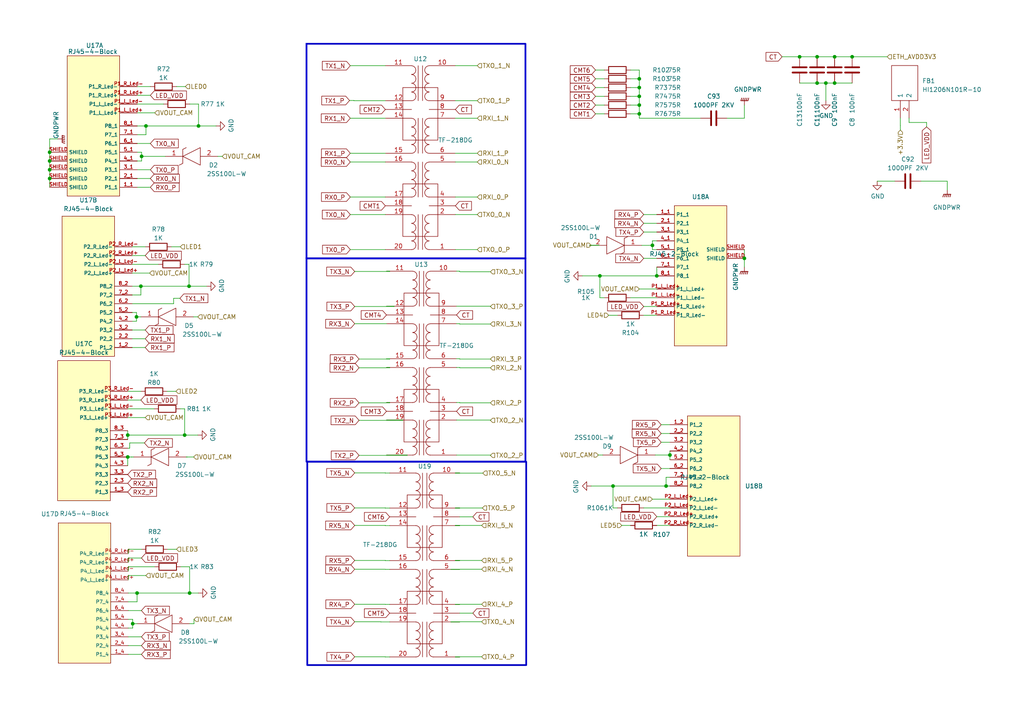
<source format=kicad_sch>
(kicad_sch (version 20250114) (generator "eeschema") (generator_version "9.0")
  (paper "A4")
  (rectangle (start 88.9 74.93) (end 152.4 133.9036) (stroke (width 0.5)))
  (rectangle (start 88.9 12.7) (end 152.4 74.93) (stroke (width 0.5)))
  (rectangle (start 89.1224 133.9243) (end 152.6224 192.8979) (stroke (width 0.5)))
  (junction (at 185.42 33.02))
  (junction (at 185.42 25.4))
  (junction (at 37.0498 132.5455))
  (junction (at 40.8598 83.0155))
  (junction (at 57.5777 36.5343))
  (junction (at 242.0768 16.4702))
  (junction (at 42.3377 36.5343))
  (junction (at 185.42 30.48))
  (junction (at 194.31 131.9754))
  (junction (at 54.8298 83.0155))
  (junction (at 173.99 80.01))
  (junction (at 242.0768 24.0902))
  (junction (at 39.7562 172.0096))
  (junction (at 190.5 80.01))
  (junction (at 39.5898 91.9055))
  (junction (at 236.9968 24.0902))
  (junction (at 236.9968 16.4702))
  (junction (at 247.1568 16.4702))
  (junction (at 14.3977 51.7743))
  (junction (at 177.8 140.97))
  (junction (at 38.4862 180.8996))
  (junction (at 14.3977 49.2343))
  (junction (at 41.0677 45.3524))
  (junction (at 239.5368 24.0902))
  (junction (at 14.3977 44.1543))
  (junction (at 53.5598 126.1955))
  (junction (at 215.9 74.93))
  (junction (at 14.3977 46.6943))
  (junction (at 189.23 71.1611))
  (junction (at 54.9962 172.0096))
  (junction (at 185.42 27.94))
  (junction (at 185.42 22.86))
  (junction (at 193.193 140.97))
  (junction (at 231.9168 16.4702))
  (junction (at 37.0498 126.1955))
  (wire (pts (xy 104.14 106.68) (xy 113.03 106.68)))
  (wire (pts (xy 101.6 62.23) (xy 111.76 62.23)))
  (wire (pts (xy 54.9962 164.3896) (xy 52.4562 164.3896)))
  (wire (pts (xy 38.4862 180.8996) (xy 39.7562 180.8996)))
  (wire (pts (xy 57.5362 172.0096) (xy 54.9962 172.0096)))
  (wire (pts (xy 142.24 132.08) (xy 142.24 131.9931)))
  (wire (pts (xy 182.88 152.4) (xy 180.34 152.4)))
  (wire (pts (xy 186.69 91.44) (xy 190.5 91.44)))
  (wire (pts (xy 40.8598 83.0155) (xy 38.3198 83.0155)))
  (wire (pts (xy 179.07 91.44) (xy 176.53 91.44)))
  (wire (pts (xy 116.84 121.8331) (xy 112.093 121.8331)))
  (wire (pts (xy 113.03 104.14) (xy 113.03 104.0531)))
  (wire (pts (xy 118.11 132.08) (xy 118.11 131.9931)))
  (wire (pts (xy 38.3198 79.2055) (xy 43.3998 79.2055)))
  (wire (pts (xy 132.08 190.5) (xy 132.08 190.5412)))
  (wire (pts (xy 38.7525 132.55) (xy 38.2445 132.55)))
  (wire (pts (xy 132.08 162.6012) (xy 133.3389 162.6012)))
  (wire (pts (xy 43.6077 54.3143) (xy 39.7977 54.3143)))
  (wire (pts (xy 226.8368 16.4702) (xy 231.9168 16.4702)))
  (wire (pts (xy 101.3778 29.1519) (xy 102.6478 29.1519)))
  (wire (pts (xy 138.43 29.21) (xy 132.08 29.21)))
  (wire (pts (xy 242.0768 24.0902) (xy 247.1568 24.0902)))
  (wire (pts (xy 142.24 106.68) (xy 133.35 106.68)))
  (wire (pts (xy 39.7562 172.0096) (xy 39.7562 174.5496)))
  (wire (pts (xy 138.43 72.39) (xy 132.08 72.39)))
  (wire (pts (xy 41.0677 44.1543) (xy 41.0677 45.3524)))
  (wire (pts (xy 132.413 121.8331) (xy 142.24 121.8331)))
  (wire (pts (xy 185.42 20.32) (xy 182.88 20.32)))
  (wire (pts (xy 215.9 34.29) (xy 215.9 30.48)))
  (wire (pts (xy 57.5777 30.1843) (xy 55.0377 30.1843)))
  (wire (pts (xy 38.3198 76.6655) (xy 45.9398 76.6655)))
  (wire (pts (xy 133.35 78.8269) (xy 133.35 78.6531)))
  (wire (pts (xy 54.9962 180.8996) (xy 56.2662 180.8996)))
  (wire (pts (xy 41.0262 161.8496) (xy 37.2162 161.8496)))
  (wire (pts (xy 104.14 104.14) (xy 113.03 104.14)))
  (wire (pts (xy 194.31 131.9754) (xy 194.31 133.35)))
  (wire (pts (xy 130.81 165.1412) (xy 133.3389 165.1412)))
  (wire (pts (xy 102.87 88.9) (xy 114.3 88.9)))
  (wire (pts (xy 190.5 149.86) (xy 194.31 149.86)))
  (wire (pts (xy 138.43 62.23) (xy 132.08 62.23)))
  (wire (pts (xy 16.7685 40.2947) (xy 14.3977 40.2947)))
  (wire (pts (xy 132.08 137.2012) (xy 133.3389 137.2012)))
  (wire (pts (xy 133.35 116.7531) (xy 132.413 116.7531)))
  (wire (pts (xy 40.8598 116.0355) (xy 37.0498 116.0355)))
  (wire (pts (xy 14.3977 46.6943) (xy 14.3977 49.2343)))
  (wire (pts (xy 37.0498 118.5755) (xy 44.6698 118.5755)))
  (wire (pts (xy 14.3977 44.1543) (xy 14.3977 46.6943)))
  (wire (pts (xy 190.5 77.47) (xy 190.5 80.01)))
  (wire (pts (xy 186.69 64.77) (xy 190.5 64.77)))
  (wire (pts (xy 191.77 128.27) (xy 194.31 128.27)))
  (wire (pts (xy 274.743 55.0829) (xy 274.743 52.5429)))
  (wire (pts (xy 268.7468 35.5202) (xy 263.6668 35.5202)))
  (wire (pts (xy 261.1399 37.7264) (xy 261.1399 36.4112)))
  (wire (pts (xy 139.8948 147.344) (xy 132.08 147.344)))
  (wire (pts (xy 38.2445 132.55) (xy 38.2445 132.5455)))
  (wire (pts (xy 111.76 137.2012) (xy 113.0189 137.2012)))
  (wire (pts (xy 133.35 93.8931) (xy 132.413 93.8931)))
  (wire (pts (xy 37.0498 126.1955) (xy 53.5598 126.1955)))
  (wire (pts (xy 138.43 46.99) (xy 132.08 46.99)))
  (wire (pts (xy 42.1298 100.7955) (xy 38.3198 100.7955)))
  (wire (pts (xy 242.0768 16.4702) (xy 247.1568 16.4702)))
  (wire (pts (xy 110.49 180.34) (xy 110.49 180.3812)))
  (wire (pts (xy 39.5898 91.9055) (xy 39.5898 93.1755)))
  (wire (pts (xy 172.72 20.32) (xy 175.26 20.32)))
  (wire (pts (xy 54.9962 164.3896) (xy 54.9962 172.0096)))
  (wire (pts (xy 142.24 121.8331) (xy 142.24 121.92)))
  (wire (pts (xy 54.2465 132.5455) (xy 56.1634 132.5455)))
  (wire (pts (xy 111.76 175.26) (xy 111.76 175.3012)))
  (wire (pts (xy 37.6211 130.0055) (xy 37.0498 130.0055)))
  (wire (pts (xy 102.87 137.16) (xy 111.76 137.16)))
  (wire (pts (xy 41.0262 159.3096) (xy 37.2162 159.3096)))
  (wire (pts (xy 139.7 190.5) (xy 132.08 190.5)))
  (wire (pts (xy 102.87 78.74) (xy 113.03 78.74)))
  (wire (pts (xy 42.1298 74.1255) (xy 38.3198 74.1255)))
  (wire (pts (xy 172.72 33.02) (xy 175.26 33.02)))
  (wire (pts (xy 186.69 88.9) (xy 190.5 88.9)))
  (wire (pts (xy 41.0677 45.3524) (xy 47.9339 45.3524)))
  (wire (pts (xy 57.3698 126.1955) (xy 53.5598 126.1955)))
  (wire (pts (xy 137.1489 177.8412) (xy 133.3389 177.8412)))
  (wire (pts (xy 231.9168 16.4702) (xy 236.9968 16.4702)))
  (wire (pts (xy 102.6478 29.21) (xy 111.76 29.21)))
  (wire (pts (xy 172.72 30.48) (xy 175.26 30.48)))
  (wire (pts (xy 189.23 69.85) (xy 190.5 69.85)))
  (wire (pts (xy 39.7562 174.5496) (xy 37.2162 174.5496)))
  (wire (pts (xy 43.6077 49.2343) (xy 39.7977 49.2343)))
  (wire (pts (xy 111.76 190.5412) (xy 113.0189 190.5412)))
  (wire (pts (xy 133.35 116.84) (xy 133.35 116.7531)))
  (wire (pts (xy 63.1739 45.3524) (xy 64.4439 45.3524)))
  (wire (pts (xy 239.5368 24.0902) (xy 242.0768 24.0902)))
  (wire (pts (xy 174.8078 131.9754) (xy 173.5378 131.9754)))
  (wire (pts (xy 140.0315 137.225) (xy 132.08 137.225)))
  (wire (pts (xy 113.03 116.7531) (xy 112.093 116.7531)))
  (wire (pts (xy 42.1298 98.2555) (xy 38.3198 98.2555)))
  (wire (pts (xy 173.99 86.36) (xy 175.26 86.36)))
  (wire (pts (xy 102.87 165.1) (xy 111.76 165.1)))
  (wire (pts (xy 133.35 104.14) (xy 133.35 104.0531)))
  (wire (pts (xy 193.193 138.43) (xy 193.193 140.97)))
  (wire (pts (xy 185.42 34.29) (xy 185.42 33.02)))
  (wire (pts (xy 37.2162 161.8496) (xy 37.2162 163.1196)))
  (wire (pts (xy 42.1298 95.7155) (xy 38.3198 95.7155)))
  (wire (pts (xy 114.3 88.9) (xy 114.3 88.8131)))
  (wire (pts (xy 54.8298 76.6655) (xy 53.5598 76.6655)))
  (wire (pts (xy 111.76 190.5) (xy 111.76 190.5412)))
  (wire (pts (xy 56.2662 180.8996) (xy 56.2662 179.6296)))
  (wire (pts (xy 42.1298 71.5855) (xy 38.3198 71.5855)))
  (wire (pts (xy 39.5898 93.1755) (xy 38.3198 93.1755)))
  (wire (pts (xy 54.2465 132.55) (xy 54.2465 132.5455)))
  (wire (pts (xy 52.1843 86.523) (xy 50.3543 86.523)))
  (wire (pts (xy 43.6077 25.1043) (xy 39.7977 25.1043)))
  (wire (pts (xy 40.8598 83.0155) (xy 40.8598 85.5555)))
  (wire (pts (xy 194.31 147.32) (xy 186.69 147.32)))
  (wire (pts (xy 40.8598 85.5555) (xy 38.3198 85.5555)))
  (wire (pts (xy 110.49 180.3812) (xy 113.0189 180.3812)))
  (wire (pts (xy 50.3543 88.0955) (xy 38.3198 88.0955)))
  (wire (pts (xy 194.31 138.43) (xy 193.193 138.43)))
  (wire (pts (xy 133.35 106.68) (xy 133.35 106.5931)))
  (wire (pts (xy 53.5598 118.5755) (xy 52.2898 118.5755)))
  (wire (pts (xy 49.7498 71.5855) (xy 52.2898 71.5855)))
  (wire (pts (xy 42.3377 36.5343) (xy 39.7977 36.5343)))
  (wire (pts (xy 138.43 44.45) (xy 132.08 44.45)))
  (wire (pts (xy 185.42 22.86) (xy 182.88 22.86)))
  (wire (pts (xy 111.76 175.3012) (xy 113.0189 175.3012)))
  (wire (pts (xy 132.08 147.344) (xy 132.08 147.3612)))
  (wire (pts (xy 113.03 78.74) (xy 113.03 78.6531)))
  (wire (pts (xy 111.76 137.16) (xy 111.76 137.2012)))
  (wire (pts (xy 104.14 116.84) (xy 113.03 116.84)))
  (wire (pts (xy 38.4862 180.8996) (xy 38.4862 182.1696)))
  (wire (pts (xy 111.76 152.4412) (xy 113.0189 152.4412)))
  (wire (pts (xy 101.6 44.45) (xy 111.76 44.45)))
  (wire (pts (xy 41.0677 46.6943) (xy 39.7977 46.6943)))
  (wire (pts (xy 42.3377 39.0743) (xy 39.7977 39.0743)))
  (wire (pts (xy 137.1489 149.9012) (xy 133.3389 149.9012)))
  (wire (pts (xy 194.31 130.81) (xy 194.31 131.9754)))
  (wire (pts (xy 194.31 144.78) (xy 189.23 144.78)))
  (wire (pts (xy 132.08 175.26) (xy 132.08 175.3012)))
  (wire (pts (xy 168.91 80.01) (xy 173.99 80.01)))
  (wire (pts (xy 53.9925 132.55) (xy 54.2465 132.55)))
  (wire (pts (xy 41.888 128.4713) (xy 37.6211 128.4713)))
  (wire (pts (xy 191.77 125.73) (xy 194.31 125.73)))
  (wire (pts (xy 130.81 180.3812) (xy 133.3389 180.3812)))
  (wire (pts (xy 37.0498 124.9255) (xy 37.0498 126.1955)))
  (wire (pts (xy 185.42 27.94) (xy 182.88 27.94)))
  (wire (pts (xy 113.03 106.5931) (xy 112.093 106.5931)))
  (wire (pts (xy 142.24 78.8269) (xy 133.35 78.8269)))
  (wire (pts (xy 113.03 106.68) (xy 113.03 106.5931)))
  (wire (pts (xy 139.7 180.34) (xy 130.81 180.34)))
  (wire (pts (xy 14.3977 51.7743) (xy 14.3977 54.3143)))
  (wire (pts (xy 39.7977 30.1843) (xy 47.4177 30.1843)))
  (wire (pts (xy 190.5 80.01) (xy 173.99 80.01)))
  (wire (pts (xy 104.14 132.08) (xy 118.11 132.08)))
  (wire (pts (xy 139.7 175.26) (xy 132.08 175.26)))
  (wire (pts (xy 185.42 25.4) (xy 185.42 27.94)))
  (wire (pts (xy 257.3168 16.4702) (xy 247.1568 16.4702)))
  (wire (pts (xy 37.2162 179.6296) (xy 38.4862 179.6296)))
  (wire (pts (xy 236.9968 16.4702) (xy 242.0768 16.4702)))
  (wire (pts (xy 37.2162 166.9296) (xy 37.2162 168.1996)))
  (wire (pts (xy 37.0498 132.5455) (xy 37.0498 135.0855)))
  (wire (pts (xy 172.72 27.94) (xy 175.26 27.94)))
  (wire (pts (xy 190.5 86.36) (xy 182.88 86.36)))
  (wire (pts (xy 191.77 135.89) (xy 194.31 135.89)))
  (wire (pts (xy 111.76 165.1412) (xy 113.0189 165.1412)))
  (wire (pts (xy 102.87 190.5) (xy 111.76 190.5)))
  (wire (pts (xy 37.6211 128.4713) (xy 37.6211 130.0055)))
  (wire (pts (xy 186.69 67.31) (xy 190.5 67.31)))
  (wire (pts (xy 50.3543 86.523) (xy 50.3543 88.0955)))
  (wire (pts (xy 111.76 147.32) (xy 111.76 147.3612)))
  (wire (pts (xy 101.6 19.05) (xy 111.76 19.05)))
  (wire (pts (xy 48.6462 159.3096) (xy 51.1862 159.3096)))
  (wire (pts (xy 185.42 20.32) (xy 185.42 22.86)))
  (wire (pts (xy 37.2162 164.3896) (xy 44.8362 164.3896)))
  (wire (pts (xy 185.42 33.02) (xy 182.88 33.02)))
  (wire (pts (xy 193.193 140.97) (xy 177.8 140.97)))
  (wire (pts (xy 177.8 147.32) (xy 177.8 140.97)))
  (wire (pts (xy 132.413 131.9931) (xy 142.24 131.9931)))
  (wire (pts (xy 194.31 140.97) (xy 193.193 140.97)))
  (wire (pts (xy 101.6 46.99) (xy 111.76 46.99)))
  (wire (pts (xy 185.42 30.48) (xy 185.42 27.94)))
  (wire (pts (xy 261.1399 36.4112) (xy 261.1268 36.4112)))
  (wire (pts (xy 111.76 162.6012) (xy 113.0189 162.6012)))
  (wire (pts (xy 133.35 106.5931) (xy 132.413 106.5931)))
  (wire (pts (xy 189.23 72.39) (xy 189.23 71.1611)))
  (wire (pts (xy 39.7562 172.0096) (xy 37.2162 172.0096)))
  (wire (pts (xy 57.5777 30.1843) (xy 57.5777 36.5343)))
  (wire (pts (xy 263.6668 35.5202) (xy 263.6668 34.2502)))
  (wire (pts (xy 186.69 62.23) (xy 190.5 62.23)))
  (wire (pts (xy 43.6077 41.6143) (xy 39.7977 41.6143)))
  (wire (pts (xy 37.2162 164.3896) (xy 37.2162 165.6596)))
  (wire (pts (xy 102.6478 29.1519) (xy 102.6478 29.21)))
  (wire (pts (xy 132.08 190.5412) (xy 133.3389 190.5412)))
  (wire (pts (xy 39.5898 91.9055) (xy 40.8598 91.9055)))
  (wire (pts (xy 116.84 121.92) (xy 116.84 121.8331)))
  (wire (pts (xy 101.6 34.29) (xy 111.76 34.29)))
  (wire (pts (xy 37.2162 166.9296) (xy 42.2962 166.9296)))
  (wire (pts (xy 261.1268 36.4112) (xy 261.1268 34.2502)))
  (wire (pts (xy 132.08 175.3012) (xy 133.3389 175.3012)))
  (wire (pts (xy 171.45 140.97) (xy 177.8 140.97)))
  (wire (pts (xy 102.87 180.34) (xy 110.49 180.34)))
  (wire (pts (xy 173.99 86.36) (xy 173.99 80.01)))
  (wire (pts (xy 48.4798 113.4955) (xy 51.0198 113.4955)))
  (wire (pts (xy 189.23 69.85) (xy 189.23 71.1611)))
  (wire (pts (xy 56.0998 91.9055) (xy 57.3698 91.9055)))
  (wire (pts (xy 113.03 78.6531) (xy 112.093 78.6531)))
  (wire (pts (xy 38.4862 179.6296) (xy 38.4862 180.8996)))
  (wire (pts (xy 57.5777 36.5343) (xy 42.3377 36.5343)))
  (wire (pts (xy 132.08 162.56) (xy 132.08 162.6012)))
  (wire (pts (xy 37.0498 132.5455) (xy 38.2445 132.5455)))
  (wire (pts (xy 102.87 147.32) (xy 111.76 147.32)))
  (wire (pts (xy 54.8298 83.0155) (xy 59.9098 83.0155)))
  (wire (pts (xy 170.9011 71.1611) (xy 173.736 71.1611)))
  (wire (pts (xy 133.35 93.98) (xy 133.35 93.8931)))
  (wire (pts (xy 102.87 152.4) (xy 111.76 152.4)))
  (wire (pts (xy 172.72 22.86) (xy 175.26 22.86)))
  (wire (pts (xy 186.69 74.93) (xy 190.5 74.93)))
  (wire (pts (xy 118.11 131.9931) (xy 112.093 131.9931)))
  (wire (pts (xy 138.43 19.05) (xy 132.08 19.05)))
  (wire (pts (xy 102.8776 93.8931) (xy 112.093 93.8931)))
  (wire (pts (xy 37.2162 159.3096) (xy 37.2162 160.5796)))
  (wire (pts (xy 113.03 104.0531) (xy 112.093 104.0531)))
  (wire (pts (xy 41.0677 45.3524) (xy 41.0677 46.6943)))
  (wire (pts (xy 102.87 162.56) (xy 111.76 162.56)))
  (wire (pts (xy 111.76 152.4) (xy 111.76 152.4412)))
  (wire (pts (xy 132.08 152.4412) (xy 133.3389 152.4412)))
  (wire (pts (xy 130.81 165.1) (xy 130.81 165.1412)))
  (wire (pts (xy 185.42 25.4) (xy 182.88 25.4)))
  (wire (pts (xy 236.9968 24.0902) (xy 231.9168 24.0902)))
  (wire (pts (xy 173.736 71.12) (xy 171.45 71.12)))
  (wire (pts (xy 43.6077 27.6443) (xy 39.7977 27.6443)))
  (wire (pts (xy 40.8598 83.0155) (xy 54.8298 83.0155)))
  (wire (pts (xy 38.3198 90.6355) (xy 39.5898 90.6355)))
  (wire (pts (xy 185.42 34.29) (xy 203.2 34.29)))
  (wire (pts (xy 190.5 83.82) (xy 185.42 83.82)))
  (wire (pts (xy 142.24 88.8131) (xy 132.413 88.8131)))
  (wire (pts (xy 51.2277 25.1043) (xy 53.7677 25.1043)))
  (wire (pts (xy 111.76 147.3612) (xy 113.0189 147.3612)))
  (wire (pts (xy 111.76 165.1) (xy 111.76 165.1412)))
  (wire (pts (xy 101.6 72.39) (xy 111.76 72.39)))
  (wire (pts (xy 215.9 72.39) (xy 215.9 74.93)))
  (wire (pts (xy 215.9 74.93) (xy 215.9 77.47)))
  (wire (pts (xy 190.5 152.4) (xy 194.31 152.4)))
  (wire (pts (xy 185.42 22.86) (xy 185.42 25.4)))
  (wire (pts (xy 102.87 175.26) (xy 111.76 175.26)))
  (wire (pts (xy 111.76 162.56) (xy 111.76 162.6012)))
  (wire (pts (xy 142.24 88.9) (xy 142.24 88.8131)))
  (wire (pts (xy 133.35 78.6531) (xy 132.413 78.6531)))
  (wire (pts (xy 138.43 34.29) (xy 132.08 34.29)))
  (wire (pts (xy 142.24 116.84) (xy 133.35 116.84)))
  (wire (pts (xy 39.7977 44.1543) (xy 41.0677 44.1543)))
  (wire (pts (xy 37.0498 121.1155) (xy 42.1298 121.1155)))
  (wire (pts (xy 139.7 165.1) (xy 130.81 165.1)))
  (wire (pts (xy 186.1411 71.1611) (xy 189.23 71.1611)))
  (wire (pts (xy 113.03 116.84) (xy 113.03 116.7531)))
  (wire (pts (xy 14.3977 40.2947) (xy 14.3977 44.1543)))
  (wire (pts (xy 41.0262 177.0896) (xy 37.2162 177.0896)))
  (wire (pts (xy 39.7562 172.0096) (xy 54.9962 172.0096)))
  (wire (pts (xy 132.08 137.225) (xy 132.08 137.2012)))
  (wire (pts (xy 101.6 57.15) (xy 111.76 57.15)))
  (wire (pts (xy 215.9 34.29) (xy 210.82 34.29)))
  (wire (pts (xy 173.736 71.1611) (xy 173.736 71.12)))
  (wire (pts (xy 38.4862 182.1696) (xy 37.2162 182.1696)))
  (wire (pts (xy 236.9968 24.0902) (xy 239.5368 24.0902)))
  (wire (pts (xy 132.08 152.4) (xy 132.08 152.4412)))
  (wire (pts (xy 41.0262 189.7896) (xy 37.2162 189.7896)))
  (wire (pts (xy 133.35 104.0531) (xy 132.413 104.0531)))
  (wire (pts (xy 139.7 162.56) (xy 132.08 162.56)))
  (wire (pts (xy 142.24 93.98) (xy 133.35 93.98)))
  (wire (pts (xy 39.5898 90.6355) (xy 39.5898 91.9055)))
  (wire (pts (xy 142.24 104.14) (xy 133.35 104.14)))
  (wire (pts (xy 37.0498 126.1955) (xy 37.0498 127.4655)))
  (wire (pts (xy 40.8598 113.4955) (xy 37.0498 113.4955)))
  (wire (pts (xy 14.3977 49.2343) (xy 14.3977 51.7743)))
  (wire (pts (xy 177.8 147.32) (xy 179.07 147.32)))
  (wire (pts (xy 132.08 57.15) (xy 138.43 57.15)))
  (wire (pts (xy 185.42 30.48) (xy 182.88 30.48)))
  (wire (pts (xy 190.5 72.39) (xy 189.23 72.39)))
  (wire (pts (xy 139.7 152.4) (xy 132.08 152.4)))
  (wire (pts (xy 172.72 25.4) (xy 175.26 25.4)))
  (wire (pts (xy 268.7468 36.7902) (xy 268.7468 35.5202)))
  (wire (pts (xy 41.0262 184.7096) (xy 37.2162 184.7096)))
  (wire (pts (xy 104.14 121.92) (xy 116.84 121.92)))
  (wire (pts (xy 42.3377 36.5343) (xy 42.3377 39.0743)))
  (wire (pts (xy 54.8298 76.6655) (xy 54.8298 83.0155)))
  (wire (pts (xy 274.743 52.5429) (xy 267.123 52.5429)))
  (wire (pts (xy 190.0478 131.9754) (xy 194.31 131.9754)))
  (wire (pts (xy 132.08 147.3612) (xy 133.3389 147.3612)))
  (wire (pts (xy 41.0262 187.2496) (xy 37.2162 187.2496)))
  (wire (pts (xy 114.3 88.8131) (xy 112.093 88.8131)))
  (wire (pts (xy 254.423 52.5429) (xy 259.503 52.5429)))
  (wire (pts (xy 43.6077 51.7743) (xy 39.7977 51.7743)))
  (wire (pts (xy 239.5368 29.1702) (xy 239.5368 24.0902)))
  (wire (pts (xy 130.81 180.34) (xy 130.81 180.3812)))
  (wire (pts (xy 191.77 123.19) (xy 194.31 123.19)))
  (wire (pts (xy 39.7977 32.7243) (xy 44.8777 32.7243)))
  (wire (pts (xy 62.6577 36.5343) (xy 57.5777 36.5343)))
  (wire (pts (xy 185.42 30.48) (xy 185.42 33.02)))
  (wire (pts (xy 53.5598 118.5755) (xy 53.5598 126.1955)))
  (global_label "RX2_P" (shape input) (at 37.0498 142.7055 0) (property "Intersheetrefs" "${INTERSHEET_REFS}" (effects (hide yes))))
  (global_label "LED_VDD" (shape input) (at 190.5 149.86 180) (property "Intersheetrefs" "${INTERSHEET_REFS}" (effects (hide yes))))
  (global_label "TX2_N" (shape input) (at 104.14 121.92 180) (property "Intersheetrefs" "${INTERSHEET_REFS}" (effects (hide yes))))
  (global_label "RX5_N" (shape input) (at 191.77 125.73 180) (property "Intersheetrefs" "${INTERSHEET_REFS}" (effects (hide yes))))
  (global_label "LED_VDD" (shape input) (at 43.6077 27.6443 0) (property "Intersheetrefs" "${INTERSHEET_REFS}" (effects (hide yes))))
  (global_label "RX4_N" (shape input) (at 186.69 64.77 180) (property "Intersheetrefs" "${INTERSHEET_REFS}" (effects (hide yes))))
  (global_label "TX3_N" (shape input) (at 41.0262 177.0896 0) (property "Intersheetrefs" "${INTERSHEET_REFS}" (effects (hide yes))))
  (global_label "CMT5" (shape input) (at 113.0189 177.8412 180) (property "Intersheetrefs" "${INTERSHEET_REFS}" (effects (hide yes))))
  (global_label "CT" (shape input) (at 137.1489 177.8412 0) (property "Intersheetrefs" "${INTERSHEET_REFS}" (effects (hide yes))))
  (global_label "RX5_N" (shape input) (at 102.87 152.4 180) (property "Intersheetrefs" "${INTERSHEET_REFS}" (effects (hide yes))))
  (global_label "TX0_N" (shape input) (at 43.6077 41.6143 0) (property "Intersheetrefs" "${INTERSHEET_REFS}" (effects (hide yes))))
  (global_label "CMT5" (shape input) (at 172.72 22.86 180) (property "Intersheetrefs" "${INTERSHEET_REFS}" (effects (hide yes))))
  (global_label "TX5_N" (shape input) (at 191.77 135.89 180) (property "Intersheetrefs" "${INTERSHEET_REFS}" (effects (hide yes))))
  (global_label "CT" (shape input) (at 132.08 59.69 0) (property "Intersheetrefs" "${INTERSHEET_REFS}" (effects (hide yes))))
  (global_label "RX0_N" (shape input) (at 101.6 46.99 180) (property "Intersheetrefs" "${INTERSHEET_REFS}" (effects (hide yes))))
  (global_label "TX1_N" (shape input) (at 52.1843 86.523 0) (property "Intersheetrefs" "${INTERSHEET_REFS}" (effects (hide yes))))
  (global_label "CMT3" (shape input) (at 112.093 119.2931 180) (property "Intersheetrefs" "${INTERSHEET_REFS}" (effects (hide yes))))
  (global_label "LED_VDD" (shape input) (at 42.1298 74.1255 0) (property "Intersheetrefs" "${INTERSHEET_REFS}" (effects (hide yes))))
  (global_label "TX1_P" (shape input) (at 42.1298 95.7155 0) (property "Intersheetrefs" "${INTERSHEET_REFS}" (effects (hide yes))))
  (global_label "LED_VDD" (shape input) (at 268.7468 36.7902 270) (property "Intersheetrefs" "${INTERSHEET_REFS}" (effects (hide yes))))
  (global_label "RX2_N" (shape input) (at 104.14 106.68 180) (property "Intersheetrefs" "${INTERSHEET_REFS}" (effects (hide yes))))
  (global_label "TX5_P" (shape input) (at 191.77 128.27 180) (property "Intersheetrefs" "${INTERSHEET_REFS}" (effects (hide yes))))
  (global_label "TX5_N" (shape input) (at 102.87 137.16 180) (property "Intersheetrefs" "${INTERSHEET_REFS}" (effects (hide yes))))
  (global_label "CT" (shape input) (at 137.1489 149.9012 0) (property "Intersheetrefs" "${INTERSHEET_REFS}" (effects (hide yes))))
  (global_label "RX4_P" (shape input) (at 102.87 175.26 180) (property "Intersheetrefs" "${INTERSHEET_REFS}" (effects (hide yes))))
  (global_label "RX2_N" (shape input) (at 37.0498 140.1655 0) (property "Intersheetrefs" "${INTERSHEET_REFS}" (effects (hide yes))))
  (global_label "TX0_P" (shape input) (at 101.6 72.39 180) (property "Intersheetrefs" "${INTERSHEET_REFS}" (effects (hide yes))))
  (global_label "LED_VDD" (shape input) (at 186.69 88.9 180) (property "Intersheetrefs" "${INTERSHEET_REFS}" (effects (hide yes))))
  (global_label "TX5_P" (shape input) (at 102.87 147.32 180) (property "Intersheetrefs" "${INTERSHEET_REFS}" (effects (hide yes))))
  (global_label "RX3_N" (shape input) (at 102.8776 93.8931 180) (property "Intersheetrefs" "${INTERSHEET_REFS}" (effects (hide yes))))
  (global_label "LED_VDD" (shape input) (at 41.0262 161.8496 0) (property "Intersheetrefs" "${INTERSHEET_REFS}" (effects (hide yes))))
  (global_label "CT" (shape input) (at 132.413 91.3531 0) (property "Intersheetrefs" "${INTERSHEET_REFS}" (effects (hide yes))))
  (global_label "TX4_N" (shape input) (at 102.87 180.34 180) (property "Intersheetrefs" "${INTERSHEET_REFS}" (effects (hide yes))))
  (global_label "TX4_P" (shape input) (at 186.69 67.31 180) (property "Intersheetrefs" "${INTERSHEET_REFS}" (effects (hide yes))))
  (global_label "RX2_P" (shape input) (at 104.14 116.84 180) (property "Intersheetrefs" "${INTERSHEET_REFS}" (effects (hide yes))))
  (global_label "TX2_P" (shape input) (at 104.14 132.08 180) (property "Intersheetrefs" "${INTERSHEET_REFS}" (effects (hide yes))))
  (global_label "TX1_P" (shape input) (at 101.3778 29.1519 180) (property "Intersheetrefs" "${INTERSHEET_REFS}" (effects (hide yes))))
  (global_label "RX0_N" (shape input) (at 43.6077 51.7743 0) (property "Intersheetrefs" "${INTERSHEET_REFS}" (effects (hide yes))))
  (global_label "TX2_P" (shape input) (at 37.0498 137.6255 0) (property "Intersheetrefs" "${INTERSHEET_REFS}" (effects (hide yes))))
  (global_label "RX4_P" (shape input) (at 186.69 62.23 180) (property "Intersheetrefs" "${INTERSHEET_REFS}" (effects (hide yes))))
  (global_label "RX3_P" (shape input) (at 41.0262 189.7896 0) (property "Intersheetrefs" "${INTERSHEET_REFS}" (effects (hide yes))))
  (global_label "CT" (shape input) (at 132.08 31.75 0) (property "Intersheetrefs" "${INTERSHEET_REFS}" (effects (hide yes))))
  (global_label "CT" (shape input) (at 132.413 119.2931 0) (property "Intersheetrefs" "${INTERSHEET_REFS}" (effects (hide yes))))
  (global_label "RX1_N" (shape input) (at 42.1298 98.2555 0) (property "Intersheetrefs" "${INTERSHEET_REFS}" (effects (hide yes))))
  (global_label "TX3_N" (shape input) (at 102.87 78.74 180) (property "Intersheetrefs" "${INTERSHEET_REFS}" (effects (hide yes))))
  (global_label "TX3_P" (shape input) (at 102.87 88.9 180) (property "Intersheetrefs" "${INTERSHEET_REFS}" (effects (hide yes))))
  (global_label "TX1_N" (shape input) (at 101.6 19.05 180) (property "Intersheetrefs" "${INTERSHEET_REFS}" (effects (hide yes))))
  (global_label "TX0_N" (shape input) (at 101.6 62.23 180) (property "Intersheetrefs" "${INTERSHEET_REFS}" (effects (hide yes))))
  (global_label "CMT4" (shape input) (at 112.093 91.3531 180) (property "Intersheetrefs" "${INTERSHEET_REFS}" (effects (hide yes))))
  (global_label "TX0_P" (shape input) (at 43.6077 49.2343 0) (property "Intersheetrefs" "${INTERSHEET_REFS}" (effects (hide yes))))
  (global_label "CMT6" (shape input) (at 113.0189 149.9012 180) (property "Intersheetrefs" "${INTERSHEET_REFS}" (effects (hide yes))))
  (global_label "LED_VDD" (shape input) (at 40.8598 116.0355 0) (property "Intersheetrefs" "${INTERSHEET_REFS}" (effects (hide yes))))
  (global_label "RX5_P" (shape input) (at 102.87 162.56 180) (property "Intersheetrefs" "${INTERSHEET_REFS}" (effects (hide yes))))
  (global_label "TX2_N" (shape input) (at 41.888 128.4713 0) (property "Intersheetrefs" "${INTERSHEET_REFS}" (effects (hide yes))))
  (global_label "RX3_N" (shape input) (at 41.0262 187.2496 0) (property "Intersheetrefs" "${INTERSHEET_REFS}" (effects (hide yes))))
  (global_label "RX3_P" (shape input) (at 104.14 104.14 180) (property "Intersheetrefs" "${INTERSHEET_REFS}" (effects (hide yes))))
  (global_label "RX0_P" (shape input) (at 101.6 57.15 180) (property "Intersheetrefs" "${INTERSHEET_REFS}" (effects (hide yes))))
  (global_label "CT" (shape input) (at 226.8368 16.4702 180) (property "Intersheetrefs" "${INTERSHEET_REFS}" (effects (hide yes))))
  (global_label "CMT2" (shape input) (at 111.76 31.75 180) (property "Intersheetrefs" "${INTERSHEET_REFS}" (effects (hide yes))))
  (global_label "CMT1" (shape input) (at 172.72 33.02 180) (property "Intersheetrefs" "${INTERSHEET_REFS}" (effects (hide yes))))
  (global_label "RX4_N" (shape input) (at 102.87 165.1 180) (property "Intersheetrefs" "${INTERSHEET_REFS}" (effects (hide yes))))
  (global_label "TX4_P" (shape input) (at 102.87 190.5 180) (property "Intersheetrefs" "${INTERSHEET_REFS}" (effects (hide yes))))
  (global_label "CMT1" (shape input) (at 111.76 59.69 180) (property "Intersheetrefs" "${INTERSHEET_REFS}" (effects (hide yes))))
  (global_label "TX4_N" (shape input) (at 186.69 74.93 180) (property "Intersheetrefs" "${INTERSHEET_REFS}" (effects (hide yes))))
  (global_label "CMT3" (shape input) (at 172.72 27.94 180) (property "Intersheetrefs" "${INTERSHEET_REFS}" (effects (hide yes))))
  (global_label "RX1_P" (shape input) (at 42.1298 100.7955 0) (property "Intersheetrefs" "${INTERSHEET_REFS}" (effects (hide yes))))
  (global_label "CMT2" (shape input) (at 172.72 30.48 180) (property "Intersheetrefs" "${INTERSHEET_REFS}" (effects (hide yes))))
  (global_label "RX0_P" (shape input) (at 43.6077 54.3143 0) (property "Intersheetrefs" "${INTERSHEET_REFS}" (effects (hide yes))))
  (global_label "TX3_P" (shape input) (at 41.0262 184.7096 0) (property "Intersheetrefs" "${INTERSHEET_REFS}" (effects (hide yes))))
  (global_label "RX5_P" (shape input) (at 191.77 123.19 180) (property "Intersheetrefs" "${INTERSHEET_REFS}" (effects (hide yes))))
  (global_label "CMT6" (shape input) (at 172.72 20.32 180) (property "Intersheetrefs" "${INTERSHEET_REFS}" (effects (hide yes))))
  (global_label "RX1_P" (shape input) (at 101.6 44.45 180) (property "Intersheetrefs" "${INTERSHEET_REFS}" (effects (hide yes))))
  (global_label "CMT4" (shape input) (at 172.72 25.4 180) (property "Intersheetrefs" "${INTERSHEET_REFS}" (effects (hide yes))))
  (global_label "RX1_N" (shape input) (at 101.6 34.29 180) (property "Intersheetrefs" "${INTERSHEET_REFS}" (effects (hide yes))))
  (hierarchical_label "TXO_3_N" (shape input) (at 142.24 78.8269 0) (property "Intersheetrefs" "${INTERSHEET_REFS}" (effects (hide yes))))
  (hierarchical_label "VOUT_CAM" (shape input) (at 44.8777 32.7243 0))
  (hierarchical_label "RXI_4_N" (shape input) (at 139.7 165.1 0) (property "Intersheetrefs" "${INTERSHEET_REFS}" (effects (hide yes))))
  (hierarchical_label "LED3" (shape input) (at 51.1862 159.3096 0))
  (hierarchical_label "ETH_AVDD3V3" (shape input) (at 257.3168 16.4702 0))
  (hierarchical_label "VOUT_CAM" (shape input) (at 56.1634 132.5455 0))
  (hierarchical_label "TXO_5_P" (shape input) (at 139.8948 147.344 0) (property "Intersheetrefs" "${INTERSHEET_REFS}" (effects (hide yes))))
  (hierarchical_label "RXI_0_N" (shape input) (at 138.43 46.99 0) (property "Intersheetrefs" "${INTERSHEET_REFS}" (effects (hide yes))))
  (hierarchical_label "VOUT_CAM" (shape input) (at 173.5378 131.9754 180))
  (hierarchical_label "RXI_3_P" (shape input) (at 142.24 104.14 0) (property "Intersheetrefs" "${INTERSHEET_REFS}" (effects (hide yes))))
  (hierarchical_label "VOUT_CAM" (shape input) (at 171.45 71.12 180))
  (hierarchical_label "TXO_2_N" (shape input) (at 142.24 121.92 0) (property "Intersheetrefs" "${INTERSHEET_REFS}" (effects (hide yes))))
  (hierarchical_label "VOUT_CAM" (shape input) (at 57.3698 91.9055 0))
  (hierarchical_label "RXI_0_P" (shape input) (at 138.43 57.15 0) (property "Intersheetrefs" "${INTERSHEET_REFS}" (effects (hide yes))))
  (hierarchical_label "RXI_2_N" (shape input) (at 142.24 106.68 0) (property "Intersheetrefs" "${INTERSHEET_REFS}" (effects (hide yes))))
  (hierarchical_label "TXO_4_P" (shape input) (at 139.7 190.5 0) (property "Intersheetrefs" "${INTERSHEET_REFS}" (effects (hide yes))))
  (hierarchical_label "VOUT_CAM" (shape input) (at 42.2962 166.9296 0))
  (hierarchical_label "VOUT_CAM" (shape input) (at 64.4439 45.3524 0))
  (hierarchical_label "LED1" (shape input) (at 52.2898 71.5855 0))
  (hierarchical_label "LED2" (shape input) (at 51.0198 113.4955 0))
  (hierarchical_label "VOUT_CAM" (shape input) (at 43.3998 79.2055 0))
  (hierarchical_label "TXO_0_P" (shape input) (at 138.43 72.39 0) (property "Intersheetrefs" "${INTERSHEET_REFS}" (effects (hide yes))))
  (hierarchical_label "TXO_1_P" (shape input) (at 138.43 29.21 0) (property "Intersheetrefs" "${INTERSHEET_REFS}" (effects (hide yes))))
  (hierarchical_label "VOUT_CAM" (shape input) (at 185.42 83.82 180))
  (hierarchical_label "LED5" (shape input) (at 180.34 152.4 180))
  (hierarchical_label "TXO_1_N" (shape input) (at 138.43 19.05 0) (property "Intersheetrefs" "${INTERSHEET_REFS}" (effects (hide yes))))
  (hierarchical_label "RXI_5_N" (shape input) (at 139.7 152.4 0) (property "Intersheetrefs" "${INTERSHEET_REFS}" (effects (hide yes))))
  (hierarchical_label "TXO_5_N" (shape input) (at 140.0315 137.225 0) (property "Intersheetrefs" "${INTERSHEET_REFS}" (effects (hide yes))))
  (hierarchical_label "TXO_4_N" (shape input) (at 139.7 180.34 0) (property "Intersheetrefs" "${INTERSHEET_REFS}" (effects (hide yes))))
  (hierarchical_label "RXI_1_N" (shape input) (at 138.43 34.29 0) (property "Intersheetrefs" "${INTERSHEET_REFS}" (effects (hide yes))))
  (hierarchical_label "TXO_0_N" (shape input) (at 138.43 62.23 0) (property "Intersheetrefs" "${INTERSHEET_REFS}" (effects (hide yes))))
  (hierarchical_label "RXI_5_P" (shape input) (at 139.7 162.56 0) (property "Intersheetrefs" "${INTERSHEET_REFS}" (effects (hide yes))))
  (hierarchical_label "LED4" (shape input) (at 176.53 91.44 180))
  (hierarchical_label "RXI_3_N" (shape input) (at 142.24 93.98 0) (property "Intersheetrefs" "${INTERSHEET_REFS}" (effects (hide yes))))
  (hierarchical_label "VOUT_CAM" (shape input) (at 42.1298 121.1155 0))
  (hierarchical_label "RXI_4_P" (shape input) (at 139.7 175.26 0) (property "Intersheetrefs" "${INTERSHEET_REFS}" (effects (hide yes))))
  (hierarchical_label "RXI_2_P" (shape input) (at 142.24 116.84 0) (property "Intersheetrefs" "${INTERSHEET_REFS}" (effects (hide yes))))
  (hierarchical_label "VOUT_CAM" (shape input) (at 56.2662 179.6296 0))
  (hierarchical_label "TXO_3_P" (shape input) (at 142.24 88.9 0) (property "Intersheetrefs" "${INTERSHEET_REFS}" (effects (hide yes))))
  (hierarchical_label "LED0" (shape input) (at 53.7677 25.1043 0))
  (hierarchical_label "+3.3V" (shape input) (at 261.1399 37.7264 270))
  (hierarchical_label "TXO_2_P" (shape input) (at 142.24 132.08 0) (property "Intersheetrefs" "${INTERSHEET_REFS}" (effects (hide yes))))
  (hierarchical_label "VOUT_CAM" (shape input) (at 189.23 144.78 180))
  (hierarchical_label "RXI_1_P" (shape input) (at 138.43 44.45 0) (property "Intersheetrefs" "${INTERSHEET_REFS}" (effects (hide yes))))
  (symbol (lib_id "Device:R") (at 179.07 22.86 270) (unit 1)
    (property "Reference" "R103" (at 191.77 22.86 90))
    (property "Value" "75R" (at 195.58 22.86 90))
    (property "Footprint" "Resistor_SMD:R_0603_1608Metric" (effects (hide yes)))
    (property "MPN" "0603WAF750JT5E" (effects (hide yes)))
  )
  (symbol (lib_id "Device:R") (at 179.07 25.4 270) (unit 1)
    (property "Reference" "R73" (at 191.77 25.4 90))
    (property "Value" "75R" (at 195.58 25.4 90))
    (property "Footprint" "Resistor_SMD:R_0603_1608Metric" (effects (hide yes)))
    (property "MPN" "0603WAF750JT5E" (effects (hide yes)))
  )
  (symbol (lib_id "Device:C") (at 236.9968 20.2802 0) (unit 1)
    (property "Reference" "C11" (at 236.9968 36.7902 90) (effects (justify left)))
    (property "Value" "100nF" (at 236.9968 32.9802 90) (effects (justify left)))
    (property "Footprint" "Capacitor_SMD:C_0402_1005Metric" (effects (hide yes)))
    (property "MPN" "CC0402KRX7R7BB104" (effects (hide yes)))
  )
  (symbol (lib_id "power:GND") (at 171.45 140.97 270) (unit 1)
    (property "Reference" "#PWR038" (effects (hide yes)))
    (property "Value" "GND" (at 167.0558 141.097 0))
  )
  (symbol (lib_id "Device:R") (at 186.69 152.4 270) (unit 1)
    (property "Reference" "R107" (at 191.8761 155.0472 90))
    (property "Value" "1K" (at 186.69 154.94 90))
    (property "Footprint" "Resistor_SMD:R_0603_1608Metric" (effects (hide yes)))
    (property "MPN" "0603WAF1001T5E" (effects (hide yes)))
  )
  (symbol (lib_id "Device:R") (at 182.88 147.32 270) (unit 1)
    (property "Reference" "R106" (at 172.72 147.32 90))
    (property "Value" "1K" (at 176.53 147.32 90))
    (property "Footprint" "Resistor_SMD:R_0603_1608Metric" (effects (hide yes)))
    (property "MPN" "0603WAF1001T5E" (effects (hide yes)))
  )
  (symbol (lib_id "power:GNDPWR") (at 16.7685 40.2947 90) (unit 1)
    (property "Reference" "#PWR027" (effects (hide yes)))
    (property "Value" "GNDPWR" (at 16.2773 40.2947 0) (effects (justify left)))
  )
  (symbol (lib_id "RJ45:RJ45-4-Block") (at 28.1598 128.7355 180) (unit 3)
    (property "Reference" "U17" (at 24.3498 99.7172 0))
    (property "Value" "RJ45-4-Block" (at 24.3498 102.2572 0))
    (property "Footprint" "Library:4_Block_RJ45" (effects (hide yes)))
    (property "MPN" "RJ45 56 1*4 带灯" (effects (hide yes)))
  )
  (symbol (lib_id "HI1206N101R-10:HI1206N101R-10") (at 261.1268 34.2502 90) (unit 1)
    (property "Reference" "FB1" (at 267.4768 23.4552 90) (effects (justify right)))
    (property "Value" "HI1206N101R-10" (at 267.4768 25.9952 90) (effects (justify right)))
    (property "Footprint" "HI1206N101R-10:BEADC3216X130N" (effects (hide yes)))
    (property "Datasheet" "http://uk.rs-online.com/web/p/products/8883024" (effects (hide yes)))
    (property "Description" "EMI Ferrite Chip Bead" (effects (hide yes)))
    (property "Height" "1.3" (effects (hide yes)))
    (property "Manufacturer_Name" "Laird Technologies" (effects (hide yes)))
    (property "Manufacturer_Part_Number" "HI1206N101R-10" (effects (hide yes)))
    (property "Mouser Part Number" "N/A" (effects (hide yes)))
    (property "Mouser Price/Stock" "https://www.mouser.co.uk/ProductDetail/Laird/HI1206N101R-10/?qs=PzGy0jfpSMtDjhxkuzr7Lg%3D%3D" (effects (hide yes)))
    (property "Arrow Part Number" "HI1206N101R-10" (effects (hide yes)))
    (property "Arrow Price/Stock" "https://www.arrow.com/en/products/hi1206n101r-10/laird-technologies" (effects (hide yes)))
    (property "MPN" "HI1206N101R-10" (effects (hide yes)))
  )
  (symbol (lib_id "Device:R") (at 44.6698 113.4955 90) (unit 1)
    (property "Reference" "R80" (at 44.6698 110.9555 90))
    (property "Value" "1K" (at 44.6698 108.4155 90))
    (property "Footprint" "Resistor_SMD:R_0603_1608Metric" (effects (hide yes)))
    (property "MPN" "0603WAF1001T5E" (effects (hide yes)))
  )
  (symbol (lib_id "Device:C") (at 263.313 52.5429 90) (unit 1)
    (property "Reference" "C92" (at 263.313 46.1929 90))
    (property "Value" "1000PF 2KV" (at 263.313 48.7329 90))
    (property "Footprint" "Capacitor_THT:S102K33Y5PP63K5R" (effects (hide yes)))
    (property "MPN" "Y5P102K2KV16CC0224" (effects (hide yes)))
  )
  (symbol (lib_id "2SS100L-W:2SS100L-W") (at 186.1411 71.1611 180) (unit 1)
    (property "Reference" "D1" (at 172.1711 68.6211 0))
    (property "Value" "2SS100L-W" (at 168.3611 66.0811 0))
    (property "Footprint" "Footprint:2SS100LW" (effects (hide yes)))
    (property "Datasheet" "https://componentsearchengine.com/Datasheets/1/2SS100L-W.pdf" (effects (hide yes)))
    (property "Description" "Schottky Diodes & Rectifiers 100V 2A SM SCHOTTKY Barrier Rectifier" (effects (hide yes)))
    (property "Height" "1" (effects (hide yes)))
    (property "Manufacturer_Name" "Rectron" (effects (hide yes)))
    (property "Manufacturer_Part_Number" "2SS100L-W" (effects (hide yes)))
    (property "Mouser Part Number" "583-2SS100L-W" (effects (hide yes)))
    (property "Mouser Price/Stock" "https://www.mouser.co.uk/ProductDetail/Rectron/2SS100L-W?qs=5aG0NVq1C4wsv0OtzLcEnw%3D%3D" (effects (hide yes)))
    (property "Arrow Part Number" "2SS100L-W" (effects (hide yes)))
    (property "Arrow Price/Stock" "https://www.arrow.com/en/products/2ss100l-w/rectron?region=nac" (effects (hide yes)))
    (property "MPN" "2SS100L-W" (effects (hide yes)))
  )
  (symbol (lib_id "Device:R") (at 179.07 86.36 270) (unit 1)
    (property "Reference" "R105" (at 169.926 84.582 90))
    (property "Value" "1K" (at 169.926 86.36 90))
    (property "Footprint" "Resistor_SMD:R_0603_1608Metric" (effects (hide yes)))
    (property "MPN" "0603WAF1001T5E" (effects (hide yes)))
  )
  (symbol (lib_id "RJ45_Transformer:RJ45_Transformer") (at 132.413 100.2431 180) (unit 1)
    (property "Reference" "U13" (at 122.174 76.708 0))
    (property "Value" "TF-218DG" (at 132.413 100.2431 0))
    (property "Footprint" "Transformer_THT:RJ45_Transformer_2_Port" (effects (hide yes)))
    (property "MPN" "TF-218DG" (effects (hide yes)))
  )
  (symbol (lib_id "Device:C") (at 242.0768 20.2802 0) (unit 1)
    (property "Reference" "C9" (at 242.0768 36.7902 90) (effects (justify left)))
    (property "Value" "100nF" (at 242.0768 32.9802 90) (effects (justify left)))
    (property "Footprint" "Capacitor_SMD:C_0402_1005Metric" (effects (hide yes)))
    (property "MPN" "CC0402KRX7R7BB104" (effects (hide yes)))
  )
  (symbol (lib_id "Device:R") (at 179.07 33.02 270) (unit 1)
    (property "Reference" "R76" (at 191.77 33.02 90))
    (property "Value" "75R" (at 195.58 33.02 90))
    (property "Footprint" "Resistor_SMD:R_0603_1608Metric" (effects (hide yes)))
    (property "MPN" "0603WAF750JT5E" (effects (hide yes)))
  )
  (symbol (lib_id "2SS100L-W:2SS100L-W") (at 38.7525 132.55 0) (unit 1)
    (property "Reference" "D7" (at 52.7225 135.09 0))
    (property "Value" "2SS100L-W" (at 56.5325 137.63 0))
    (property "Footprint" "Footprint:2SS100LW" (effects (hide yes)))
    (property "Datasheet" "https://componentsearchengine.com/Datasheets/1/2SS100L-W.pdf" (effects (hide yes)))
    (property "Description" "Schottky Diodes & Rectifiers 100V 2A SM SCHOTTKY Barrier Rectifier" (effects (hide yes)))
    (property "Height" "1" (effects (hide yes)))
    (property "Manufacturer_Name" "Rectron" (effects (hide yes)))
    (property "Manufacturer_Part_Number" "2SS100L-W" (effects (hide yes)))
    (property "Mouser Part Number" "583-2SS100L-W" (effects (hide yes)))
    (property "Mouser Price/Stock" "https://www.mouser.co.uk/ProductDetail/Rectron/2SS100L-W?qs=5aG0NVq1C4wsv0OtzLcEnw%3D%3D" (effects (hide yes)))
    (property "Arrow Part Number" "2SS100L-W" (effects (hide yes)))
    (property "Arrow Price/Stock" "https://www.arrow.com/en/products/2ss100l-w/rectron?region=nac" (effects (hide yes)))
    (property "MPN" "2SS100L-W" (effects (hide yes)))
  )
  (symbol (lib_id "RJ45_Transformer:RJ45_Transformer") (at 133.3389 158.7912 180) (unit 1)
    (property "Reference" "U19" (at 123.1789 135.2368 0))
    (property "Value" "TF-218DG" (at 110.236 157.988 0))
    (property "Footprint" "Transformer_THT:RJ45_Transformer_2_Port" (effects (hide yes)))
    (property "MPN" "TF-218DG" (effects (hide yes)))
  )
  (symbol (lib_id "Device:R") (at 49.7498 76.6655 90) (unit 1)
    (property "Reference" "R79" (at 59.9098 76.6655 90))
    (property "Value" "1K" (at 56.0998 76.6655 90))
    (property "Footprint" "Resistor_SMD:R_0603_1608Metric" (effects (hide yes)))
    (property "MPN" "0603WAF1001T5E" (effects (hide yes)))
  )
  (symbol (lib_id "Device:R") (at 182.88 91.44 270) (unit 1)
    (property "Reference" "R104" (at 182.88 96.52 90))
    (property "Value" "1K" (at 182.88 93.98 90))
    (property "Footprint" "Resistor_SMD:R_0603_1608Metric" (effects (hide yes)))
    (property "MPN" "0603WAF1001T5E" (effects (hide yes)))
  )
  (symbol (lib_id "2SS100L-W:2SS100L-W") (at 47.9339 45.3524 0) (unit 1)
    (property "Reference" "D2" (at 61.9039 47.8924 0))
    (property "Value" "2SS100L-W" (at 65.7139 50.4324 0))
    (property "Footprint" "Footprint:2SS100LW" (effects (hide yes)))
    (property "Datasheet" "https://componentsearchengine.com/Datasheets/1/2SS100L-W.pdf" (effects (hide yes)))
    (property "Description" "Schottky Diodes & Rectifiers 100V 2A SM SCHOTTKY Barrier Rectifier" (effects (hide yes)))
    (property "Height" "1" (effects (hide yes)))
    (property "Manufacturer_Name" "Rectron" (effects (hide yes)))
    (property "Manufacturer_Part_Number" "2SS100L-W" (effects (hide yes)))
    (property "Mouser Part Number" "583-2SS100L-W" (effects (hide yes)))
    (property "Mouser Price/Stock" "https://www.mouser.co.uk/ProductDetail/Rectron/2SS100L-W?qs=5aG0NVq1C4wsv0OtzLcEnw%3D%3D" (effects (hide yes)))
    (property "Arrow Part Number" "2SS100L-W" (effects (hide yes)))
    (property "Arrow Price/Stock" "https://www.arrow.com/en/products/2ss100l-w/rectron?region=nac" (effects (hide yes)))
    (property "MPN" "2SS100L-W" (effects (hide yes)))
  )
  (symbol (lib_id "Device:C") (at 231.9168 20.2802 0) (unit 1)
    (property "Reference" "C13" (at 231.9168 36.7902 90) (effects (justify left)))
    (property "Value" "100nF" (at 231.9168 32.9802 90) (effects (justify left)))
    (property "Footprint" "Capacitor_SMD:C_0402_1005Metric" (effects (hide yes)))
    (property "MPN" "CC0402KRX7R7BB104" (effects (hide yes)))
  )
  (symbol (lib_id "power:GND") (at 239.5368 29.1702 0) (unit 1)
    (property "Reference" "#PWR031" (effects (hide yes)))
    (property "Value" "GND" (at 239.6638 33.5644 0))
  )
  (symbol (lib_id "RJ45:RJ45-2-Block") (at 204.47 138.43 0) (unit 2)
    (property "Reference" "U18" (at 216.0647 140.9699 0) (effects (justify left)))
    (property "Value" "RJ45-2-Block" (at 204.47 138.43 0))
    (property "Footprint" "Connector_RJ:2_Block_RJ45" (effects (hide yes)))
    (property "MPN" "RJ45 56 1*2 带灯" (effects (hide yes)))
  )
  (symbol (lib_id "Device:R") (at 51.2277 30.1843 90) (unit 1)
    (property "Reference" "R77" (at 60.1177 30.1843 90))
    (property "Value" "1K" (at 63.9277 30.1843 90))
    (property "Footprint" "Resistor_SMD:R_0603_1608Metric" (effects (hide yes)))
    (property "MPN" "0603WAF1001T5E" (effects (hide yes)))
  )
  (symbol (lib_id "Device:R") (at 179.07 20.32 270) (unit 1)
    (property "Reference" "R102" (at 191.77 20.32 90))
    (property "Value" "75R" (at 195.58 20.32 90))
    (property "Footprint" "Resistor_SMD:R_0603_1608Metric" (effects (hide yes)))
    (property "MPN" "0603WAF750JT5E" (effects (hide yes)))
  )
  (symbol (lib_id "Device:C") (at 247.1568 20.2802 0) (unit 1)
    (property "Reference" "C8" (at 247.1568 36.7902 90) (effects (justify left)))
    (property "Value" "100nF" (at 247.1568 32.9802 90) (effects (justify left)))
    (property "Footprint" "Capacitor_SMD:C_0402_1005Metric" (effects (hide yes)))
    (property "MPN" "CC0402KRX7R7BB104" (effects (hide yes)))
  )
  (symbol (lib_id "2SS100L-W:2SS100L-W") (at 40.8598 91.9055 0) (unit 1)
    (property "Reference" "D5" (at 54.8298 94.4455 0))
    (property "Value" "2SS100L-W" (at 58.6398 96.9855 0))
    (property "Footprint" "Footprint:2SS100LW" (effects (hide yes)))
    (property "Datasheet" "https://componentsearchengine.com/Datasheets/1/2SS100L-W.pdf" (effects (hide yes)))
    (property "Description" "Schottky Diodes & Rectifiers 100V 2A SM SCHOTTKY Barrier Rectifier" (effects (hide yes)))
    (property "Height" "1" (effects (hide yes)))
    (property "Manufacturer_Name" "Rectron" (effects (hide yes)))
    (property "Manufacturer_Part_Number" "2SS100L-W" (effects (hide yes)))
    (property "Mouser Part Number" "583-2SS100L-W" (effects (hide yes)))
    (property "Mouser Price/Stock" "https://www.mouser.co.uk/ProductDetail/Rectron/2SS100L-W?qs=5aG0NVq1C4wsv0OtzLcEnw%3D%3D" (effects (hide yes)))
    (property "Arrow Part Number" "2SS100L-W" (effects (hide yes)))
    (property "Arrow Price/Stock" "https://www.arrow.com/en/products/2ss100l-w/rectron?region=nac" (effects (hide yes)))
    (property "MPN" "2SS100L-W" (effects (hide yes)))
  )
  (symbol (lib_id "RJ45_Transformer:RJ45_Transformer") (at 132.08 40.64 180) (unit 1)
    (property "Reference" "U12" (at 121.92 17.0856 0))
    (property "Value" "TF-218DG" (at 132.08 40.64 0))
    (property "Footprint" "Transformer_THT:RJ45_Transformer_2_Port" (effects (hide yes)))
    (property "MPN" "TF-218DG" (effects (hide yes)))
  )
  (symbol (lib_id "Device:R") (at 47.4177 25.1043 270) (mirror x) (unit 1)
    (property "Reference" "R72" (at 47.4177 20.0243 90))
    (property "Value" "1K" (at 47.4177 22.5643 90))
    (property "Footprint" "Resistor_SMD:R_0603_1608Metric" (effects (hide yes)))
    (property "MPN" "0603WAF1001T5E" (effects (hide yes)))
  )
  (symbol (lib_id "RJ45:RJ45-4-Block") (at 30.8662 177.0896 180) (unit 4)
    (property "Reference" "U17" (at 14.5183 149.085 0))
    (property "Value" "RJ45-4-Block" (at 24.5162 148.9662 0))
    (property "Footprint" "Library:4_Block_RJ45" (effects (hide yes)))
    (property "MPN" "RJ45 56 1*4 带灯" (effects (hide yes)))
  )
  (symbol (lib_id "2SS100L-W:2SS100L-W") (at 190.0478 131.9754 180) (unit 1)
    (property "Reference" "D9" (at 176.0778 129.4354 0))
    (property "Value" "2SS100L-W" (at 172.2678 126.8954 0))
    (property "Footprint" "Footprint:2SS100LW" (effects (hide yes)))
    (property "Datasheet" "https://componentsearchengine.com/Datasheets/1/2SS100L-W.pdf" (effects (hide yes)))
    (property "Description" "Schottky Diodes & Rectifiers 100V 2A SM SCHOTTKY Barrier Rectifier" (effects (hide yes)))
    (property "Height" "1" (effects (hide yes)))
    (property "Manufacturer_Name" "Rectron" (effects (hide yes)))
    (property "Manufacturer_Part_Number" "2SS100L-W" (effects (hide yes)))
    (property "Mouser Part Number" "583-2SS100L-W" (effects (hide yes)))
    (property "Mouser Price/Stock" "https://www.mouser.co.uk/ProductDetail/Rectron/2SS100L-W?qs=5aG0NVq1C4wsv0OtzLcEnw%3D%3D" (effects (hide yes)))
    (property "Arrow Part Number" "2SS100L-W" (effects (hide yes)))
    (property "Arrow Price/Stock" "https://www.arrow.com/en/products/2ss100l-w/rectron?region=nac" (effects (hide yes)))
    (property "MPN" "2SS100L-W" (effects (hide yes)))
  )
  (symbol (lib_id "power:GND") (at 168.91 80.01 270) (unit 1)
    (property "Reference" "#PWR037" (effects (hide yes)))
    (property "Value" "GND" (at 164.5158 80.137 0))
  )
  (symbol (lib_id "2SS100L-W:2SS100L-W") (at 39.7562 180.8996 0) (unit 1)
    (property "Reference" "D8" (at 53.7262 183.4396 0))
    (property "Value" "2SS100L-W" (at 57.5362 185.9796 0))
    (property "Footprint" "Footprint:2SS100LW" (effects (hide yes)))
    (property "Datasheet" "https://componentsearchengine.com/Datasheets/1/2SS100L-W.pdf" (effects (hide yes)))
    (property "Description" "Schottky Diodes & Rectifiers 100V 2A SM SCHOTTKY Barrier Rectifier" (effects (hide yes)))
    (property "Height" "1" (effects (hide yes)))
    (property "Manufacturer_Name" "Rectron" (effects (hide yes)))
    (property "Manufacturer_Part_Number" "2SS100L-W" (effects (hide yes)))
    (property "Mouser Part Number" "583-2SS100L-W" (effects (hide yes)))
    (property "Mouser Price/Stock" "https://www.mouser.co.uk/ProductDetail/Rectron/2SS100L-W?qs=5aG0NVq1C4wsv0OtzLcEnw%3D%3D" (effects (hide yes)))
    (property "Arrow Part Number" "2SS100L-W" (effects (hide yes)))
    (property "Arrow Price/Stock" "https://www.arrow.com/en/products/2ss100l-w/rectron?region=nac" (effects (hide yes)))
    (property "MPN" "2SS100L-W" (effects (hide yes)))
  )
  (symbol (lib_id "Device:R") (at 44.8362 159.3096 90) (unit 1)
    (property "Reference" "R82" (at 44.8362 154.2296 90))
    (property "Value" "1K" (at 44.8362 156.7696 90))
    (property "Footprint" "Resistor_SMD:R_0603_1608Metric" (effects (hide yes)))
    (property "MPN" "0603WAF1001T5E" (effects (hide yes)))
  )
  (symbol (lib_id "Device:R") (at 45.9398 71.5855 90) (unit 1)
    (property "Reference" "R78" (at 45.9398 66.5055 90))
    (property "Value" "1K" (at 45.9398 69.0455 90))
    (property "Footprint" "Resistor_SMD:R_0603_1608Metric" (effects (hide yes)))
    (property "MPN" "0603WAF1001T5E" (effects (hide yes)))
  )
  (symbol (lib_id "Device:R") (at 48.6462 164.3896 90) (unit 1)
    (property "Reference" "R83" (at 60.0762 164.3896 90))
    (property "Value" "1K" (at 56.2662 164.3896 90))
    (property "Footprint" "Resistor_SMD:R_0603_1608Metric" (effects (hide yes)))
    (property "MPN" "0603WAF1001T5E" (effects (hide yes)))
  )
  (symbol (lib_id "power:GND") (at 57.3698 126.1955 90) (unit 1)
    (property "Reference" "#PWR029" (effects (hide yes)))
    (property "Value" "GND" (at 61.764 126.0685 0))
  )
  (symbol (lib_id "power:GND") (at 57.5362 172.0096 90) (unit 1)
    (property "Reference" "#PWR030" (effects (hide yes)))
    (property "Value" "GND" (at 61.9304 171.8826 0))
  )
  (symbol (lib_name "RJ45-2-Block_1") (lib_id "RJ45:RJ45-2-Block") (at 195.58 73.66 0) (unit 1)
    (property "Reference" "U18" (at 203.2 57.0864 0))
    (property "Value" "RJ45-2-Block" (at 195.58 73.66 0))
    (property "Footprint" "Connector_RJ:2_Block_RJ45" (effects (hide yes)))
    (property "MPN" "RJ45 56 1*2 带灯" (effects (hide yes)))
  )
  (symbol (lib_id "Device:R") (at 179.07 27.94 270) (unit 1)
    (property "Reference" "R74" (at 191.77 27.94 90))
    (property "Value" "75R" (at 195.58 27.94 90))
    (property "Footprint" "Resistor_SMD:R_0603_1608Metric" (effects (hide yes)))
    (property "MPN" "0603WAF750JT5E" (effects (hide yes)))
  )
  (symbol (lib_name "RJ45-4-Block_1") (lib_id "RJ45:RJ45-4-Block") (at 57.5777 39.0743 180) (unit 1)
    (property "Reference" "U17" (at 27.443 13.1954 0))
    (property "Value" "RJ45-4-Block" (at 26.9212 14.9695 0))
    (property "Footprint" "Library:4_Block_RJ45" (effects (hide yes)))
    (property "MPN" "RJ45 56 1*4 带灯" (effects (hide yes)))
  )
  (symbol (lib_id "power:GND") (at 254.423 52.5429 0) (unit 1)
    (property "Reference" "#PWR025" (effects (hide yes)))
    (property "Value" "GND" (at 254.55 56.9371 0))
  )
  (symbol (lib_id "power:GNDPWR") (at 215.9 30.48 180) (unit 1)
    (property "Reference" "#PWR024" (effects (hide yes)))
    (property "Value" "GNDPWR" (at 212.8635 25.9438 0) (effects (justify right)))
  )
  (symbol (lib_id "Device:C") (at 207.01 34.29 90) (unit 1)
    (property "Reference" "C93" (at 207.01 27.94 90))
    (property "Value" "1000PF 2KV" (at 207.01 30.48 90))
    (property "Footprint" "Capacitor_THT:S102K33Y5PP63K5R" (effects (hide yes)))
    (property "MPN" "Y5P102K2KV16CC0224" (effects (hide yes)))
  )
  (symbol (lib_id "RJ45:RJ45-4-Block") (at 26.8898 85.5555 180) (unit 2)
    (property "Reference" "U17" (at 25.6198 58.0358 0))
    (property "Value" "RJ45-4-Block" (at 25.6198 60.5758 0))
    (property "Footprint" "Library:4_Block_RJ45" (effects (hide yes)))
    (property "MPN" "RJ45 56 1*4 带灯" (effects (hide yes)))
  )
  (symbol (lib_id "power:GND") (at 62.6577 36.5343 90) (unit 1)
    (property "Reference" "#PWR026" (effects (hide yes)))
    (property "Value" "GND" (at 67.0519 36.4073 0))
  )
  (symbol (lib_id "power:GNDPWR") (at 274.743 55.0829 0) (unit 1)
    (property "Reference" "#PWR023" (effects (hide yes)))
    (property "Value" "GNDPWR" (at 274.616 60.1629 0))
  )
  (symbol (lib_id "power:GNDPWR") (at 215.9 77.47 0) (unit 1)
    (property "Reference" "#PWR039" (effects (hide yes)))
    (property "Value" "GNDPWR" (at 213.36 84.328 90) (effects (justify left)))
  )
  (symbol (lib_id "Device:R") (at 179.07 30.48 270) (unit 1)
    (property "Reference" "R75" (at 191.77 30.48 90))
    (property "Value" "75R" (at 195.58 30.48 90))
    (property "Footprint" "Resistor_SMD:R_0603_1608Metric" (effects (hide yes)))
    (property "MPN" "0603WAF750JT5E" (effects (hide yes)))
  )
  (symbol (lib_id "Device:R") (at 48.4798 118.5755 90) (unit 1)
    (property "Reference" "R81" (at 56.0998 118.5755 90))
    (property "Value" "1K" (at 59.9098 118.5755 90))
    (property "Footprint" "Resistor_SMD:R_0603_1608Metric" (effects (hide yes)))
    (property "MPN" "0603WAF1001T5E" (effects (hide yes)))
  )
  (symbol (lib_id "power:GND") (at 59.9098 83.0155 90) (unit 1)
    (property "Reference" "#PWR028" (effects (hide yes)))
    (property "Value" "GND" (at 64.304 82.8885 0))
  )
)
</source>
